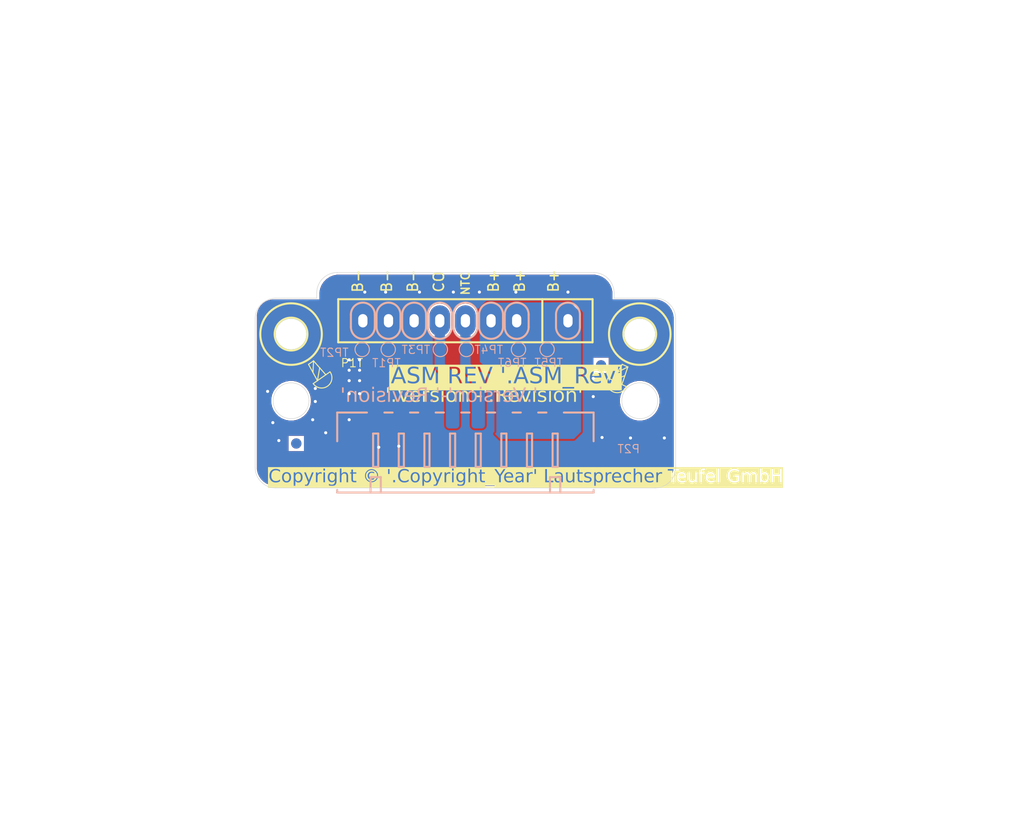
<source format=kicad_pcb>
(kicad_pcb (version 20240108) (generator "pcbnew") (generator_version "8.0")
  (layers (0 "F.Cu" signal "Component Side") (31 "B.Cu" signal "Solder Side") (34 "B.Paste" user "Bottom Paste") (35 "F.Paste" user "Top Paste") (36 "B.SilkS" user "Bottom Overlay") (37 "F.SilkS" user "Top Overlay") (38 "B.Mask" user "Bottom Solder") (39 "F.Mask" user "Top Solder") (44 "Edge.Cuts" user))
  (property "APPROVEDBY" "Jianhua.Zhong")
  (property "CHECKEDBY" "Aileen.zheng")
  (property "CONFIGURATIONPARAMETERS" "")
  (property "CONFIGURATORNAME" "")
  (property "DRAWNBY" "GUOHUI.LIN")
  (property "IMAGEPATH" "1")
  (property "ISSUE DATE" "20230810")
  (property "ISUSERCONFIGURABLE" "")
  (property "MODEL NO." "PS23007")
  (property "REV DATE" "20231025")
  (property "SHEETTOTAL" "1")
  (property "SPICEMODELCACHE" "")
  (property "VERSIONCONTROL_PROJFOLDERREVNUMBER" "")
  (property "VERSIONCONTROL_REVNUMBER" "")
  (net 0 "")
  (net 1 "NTC")
  (net 2 "C_Open")
  (net 3 "Bat-")
  (net 4 "Bat+")
  (footprint "Vault:TSB1_05282" (layer "F.Cu") (at 158.501095 99.203595 180)
    (property "Reference" "P1T" (at 21.057995 -4.12232 0) (layer "F.SilkS") (effects (font (size 0.8 0.8) (thickness 0.1))))
    (property "Value" "8P PITCH=2.5mm" (hide yes))
    (fp_line (start 21.16619 -0.6) (end 21.16619 0.59999) (stroke (width 0.2)) (layer "B.SilkS"))
    (fp_line (start 18.8338 -0.6) (end 18.8338 0.59999) (stroke (width 0.2)) (layer "B.SilkS"))
    (fp_line (start 18.66619 -0.6) (end 18.66619 0.59999) (stroke (width 0.2)) (layer "B.SilkS"))
    (fp_line (start 16.3338 -0.6) (end 16.3338 0.59999) (stroke (width 0.2)) (layer "B.SilkS"))
    (fp_line (start 16.16619 -0.6) (end 16.16619 0.59999) (stroke (width 0.2)) (layer "B.SilkS"))
    (fp_line (start 13.8338 -0.6) (end 13.8338 0.59999) (stroke (width 0.2)) (layer "B.SilkS"))
    (fp_line (start 13.66619 -0.6) (end 13.66619 0.59999) (stroke (width 0.2)) (layer "B.SilkS"))
    (fp_line (start 11.3338 -0.6) (end 11.3338 0.59999) (stroke (width 0.2)) (layer "B.SilkS"))
    (fp_line (start 11.16619 -0.6) (end 11.16619 0.59999) (stroke (width 0.2)) (layer "B.SilkS"))
    (fp_line (start 8.8338 -0.6) (end 8.8338 0.59999) (stroke (width 0.2)) (layer "B.SilkS"))
    (fp_line (start 8.66619 -0.6) (end 8.66619 0.59999) (stroke (width 0.2)) (layer "B.SilkS"))
    (fp_line (start 6.3338 -0.6) (end 6.3338 0.59999) (stroke (width 0.2)) (layer "B.SilkS"))
    (fp_line (start 6.16619 -0.6) (end 6.16619 0.59999) (stroke (width 0.2)) (layer "B.SilkS"))
    (fp_line (start 3.8338 -0.6) (end 3.8338 0.59999) (stroke (width 0.2)) (layer "B.SilkS"))
    (fp_line (start 1.16619 -0.6) (end 1.16619 0.59999) (stroke (width 0.2)) (layer "B.SilkS"))
    (fp_line (start -1.1662 -0.6) (end -1.1662 0.59999) (stroke (width 0.2)) (layer "B.SilkS"))
    (fp_arc (start 21.16619 0.59999) (mid 20 1.76618) (end 18.83381 0.59999) (stroke (width 0.2)) (layer "B.SilkS"))
    (fp_arc (start 18.83381 -0.6) (mid 20 -1.76619) (end 21.16619 -0.6) (stroke (width 0.2)) (layer "B.SilkS"))
    (fp_arc (start 18.66619 0.59999) (mid 17.5 1.76618) (end 16.33381 0.59999) (stroke (width 0.2)) (layer "B.SilkS"))
    (fp_arc (start 16.33381 -0.6) (mid 17.5 -1.76619) (end 18.66619 -0.6) (stroke (width 0.2)) (layer "B.SilkS"))
    (fp_arc (start 16.16619 0.59999) (mid 15 1.76618) (end 13.83381 0.59999) (stroke (width 0.2)) (layer "B.SilkS"))
    (fp_arc (start 13.83381 -0.6) (mid 15 -1.76619) (end 16.16619 -0.6) (stroke (width 0.2)) (layer "B.SilkS"))
    (fp_arc (start 13.66619 0.59999) (mid 12.5 1.76618) (end 11.33381 0.59999) (stroke (width 0.2)) (layer "B.SilkS"))
    (fp_arc (start 11.33381 -0.6) (mid 12.5 -1.76619) (end 13.66619 -0.6) (stroke (width 0.2)) (layer "B.SilkS"))
    (fp_arc (start 11.16619 0.59999) (mid 10 1.76618) (end 8.83381 0.59999) (stroke (width 0.2)) (layer "B.SilkS"))
    (fp_arc (start 8.83381 -0.6) (mid 10 -1.76619) (end 11.16619 -0.6) (stroke (width 0.2)) (layer "B.SilkS"))
    (fp_arc (start 8.66619 0.59999) (mid 7.5 1.76618) (end 6.33381 0.59999) (stroke (width 0.2)) (layer "B.SilkS"))
    (fp_arc (start 6.33381 -0.6) (mid 7.5 -1.76619) (end 8.66619 -0.6) (stroke (width 0.2)) (layer "B.SilkS"))
    (fp_arc (start 6.16619 0.59999) (mid 5 1.76618) (end 3.83381 0.59999) (stroke (width 0.2)) (layer "B.SilkS"))
    (fp_arc (start 3.83381 -0.6) (mid 5 -1.76619) (end 6.16619 -0.6) (stroke (width 0.2)) (layer "B.SilkS"))
    (fp_arc (start 1.16619 0.59999) (mid 0 1.76618) (end -1.16619 0.59999) (stroke (width 0.2)) (layer "B.SilkS"))
    (fp_arc (start -1.16619 -0.6) (mid 0 -1.76619) (end 1.16619 -0.6) (stroke (width 0.2)) (layer "B.SilkS"))
    (fp_line (start 22.4 2.1) (end -2.4 2.1) (stroke (width 0.2)) (layer "F.SilkS"))
    (fp_line (start 22.4 -2.10001) (end 22.4 2.1) (stroke (width 0.2)) (layer "F.SilkS"))
    (fp_line (start 22.4 -2.10001) (end -2.4 -2.10001) (stroke (width 0.2)) (layer "F.SilkS"))
    (fp_line (start 2.5 -2.10001) (end 2.5 2.1) (stroke (width 0.2)) (layer "F.SilkS"))
    (fp_line (start -2.4 -2.10001) (end -2.4 2.1) (stroke (width 0.2)) (layer "F.SilkS"))
    (pad "1" thru_hole oval (at 0 0 180) (size 2 3) (drill oval 0.9 1.3) (layers "*.Cu" "*.Mask") (net 4 "Bat+"))
    (pad "2" thru_hole oval (at 5 0 180) (size 2 3) (drill oval 0.9 1.3) (layers "*.Cu" "*.Mask") (net 4 "Bat+"))
    (pad "3" thru_hole oval (at 7.5 0 180) (size 2 3) (drill oval 0.9 1.3) (layers "*.Cu" "*.Mask") (net 4 "Bat+"))
    (pad "4" thru_hole oval (at 10 0 180) (size 2 3) (drill oval 0.9 1.3) (layers "*.Cu" "*.Mask") (net 1 "NTC"))
    (pad "5" thru_hole oval (at 12.5 0 180) (size 2 3) (drill oval 0.9 1.3) (layers "*.Cu" "*.Mask") (net 2 "C_Open"))
    (pad "6" thru_hole oval (at 15 0 180) (size 2 3) (drill oval 0.9 1.3) (layers "*.Cu" "*.Mask") (net 3 "Bat-"))
    (pad "7" thru_hole oval (at 17.5 0 180) (size 2 3) (drill oval 0.9 1.3) (layers "*.Cu" "*.Mask") (net 3 "Bat-"))
    (pad "8" thru_hole oval (at 20 0 180) (size 2 3) (drill oval 0.9 1.3) (layers "*.Cu" "*.Mask") (net 3 "Bat-"))
  )
  (footprint "Vault:TEUFEL_COPYRIGHT" (layer "F.Cu") (at 180.626105 144.978605 180)
    (property "Reference" "Teufel_Copyright1T" (hide yes))
    (property "Value" "2023" (hide yes))
    (fp_text user "Copyright © '.Copyright_Year' Lautsprecher Teufel GmbH" (at 51.33501 29.81281 360) (layer "F.SilkS" knockout) (effects (font (size 1.26 1.26) (thickness 0.254)) (justify left bottom)))
  )
  (footprint "Vault:MARK" (layer "F.Cu") (at 161.727095 103.551595 90)
    (property "Reference" "MK2T" (hide yes))
    (property "Value" "MARK" (hide yes))
    (pad "MKT" smd circle (at 0 0 90) (size 1 1) (layers "F.Cu" "F.Paste" "F.Mask"))
    (pad "MK_B" smd circle (at 0 0 270) (size 1 1) (layers "B.Cu" "B.Paste" "B.Mask"))
    (zone (net 0) (net_name "") (layer "F.Cu") (connect_pads (clearance 0)) (min_thickness 0.25)
      (keepout (tracks allowed) (vias allowed) (pads allowed) (copperpour not_allowed) (footprints allowed))
      (fill (thermal_gap 0.5) (thermal_bridge_width 0.5))
      (polygon (pts (xy 162.477105 104.301605) (xy 162.477105 102.801595) (xy 160.977095 102.801595) (xy 160.977095 104.301605)))
    )
    (zone (net 0) (net_name "") (layer "B.Cu") (connect_pads (clearance 0)) (min_thickness 0.25)
      (keepout (tracks allowed) (vias allowed) (pads allowed) (copperpour not_allowed) (footprints allowed))
      (fill (thermal_gap 0.5) (thermal_bridge_width 0.5))
      (polygon (pts (xy 162.477105 104.301605) (xy 162.477105 102.801595) (xy 160.977095 102.801595) (xy 160.977095 104.301605)))
    )
  )
  (footprint "Vault:SCREW_D30" (layer "F.Cu") (at 131.501095 100.503595 -100)
    (property "Reference" "MH2T" (hide yes))
    (property "Value" "SCREW_HOLE" (hide yes))
    (fp_line (start 2.612134 -2.187871) (end 2.187876 -2.612135) (stroke (width 0.1)) (layer "F.SilkS"))
    (fp_line (start 2.612134 -2.187871) (end 4.026348 -3.319245) (stroke (width 0.1)) (layer "F.SilkS"))
    (fp_line (start 3.319245 -2.753564) (end 2.187876 -2.612135) (stroke (width 0.1)) (layer "F.SilkS"))
    (fp_line (start 4.379904 -2.965688) (end 2.965683 -4.379906) (stroke (width 0.1)) (layer "F.SilkS"))
    (fp_line (start 2.187876 -2.612135) (end 3.319248 -4.026351) (stroke (width 0.1)) (layer "F.SilkS"))
    (fp_line (start 4.026348 -3.319245) (end 2.753561 -3.319248) (stroke (width 0.1)) (layer "F.SilkS"))
    (fp_arc (start 2.965688 -4.379899) (mid 4.379901 -4.379898) (end 4.379901 -2.965685) (stroke (width 0.1)) (layer "F.SilkS"))
    (fp_circle (center 0 0) (end -2.954423 0.520945) (stroke (width 0.2)) (fill none) (layer "F.SilkS"))
    (fp_circle (center 0 0) (end -1.575692 0.277837) (stroke (width 0.2)) (fill none) (layer "F.SilkS"))
    (pad "1" smd circle (at -2.29731 0.041931 350) (size 1 1) (layers "F.Cu" "F.Paste" "F.Mask") (net 3 "Bat-"))
    (pad "1" smd circle (at -2.29731 0.041931 350) (size 1 1) (layers "B.Cu" "B.Paste" "B.Mask") (net 3 "Bat-"))
    (pad "1" smd circle (at -1.626342 -1.626357 305) (size 1 1) (layers "F.Cu" "F.Paste" "F.Mask") (net 3 "Bat-"))
    (pad "1" smd circle (at -1.626342 -1.626357 305) (size 1 1) (layers "B.Cu" "B.Paste" "B.Mask") (net 3 "Bat-"))
    (pad "1" smd circle (at -1.623662 1.65706 35) (size 1 1) (layers "F.Cu" "F.Paste" "F.Mask") (net 3 "Bat-"))
    (pad "1" smd circle (at -1.623662 1.65706 35) (size 1 1) (layers "B.Cu" "B.Paste" "B.Mask") (net 3 "Bat-"))
    (pad "1" thru_hole circle (at 0 0 260) (size 3 3) (drill 3.2) (layers "*.Cu" "*.Mask") (net 3 "Bat-"))
    (pad "1" smd circle (at 0.000009 -2.300004 260) (size 1 1) (layers "F.Cu" "F.Paste" "F.Mask") (net 3 "Bat-"))
    (pad "1" smd circle (at 0.000009 -2.300004 260) (size 1 1) (layers "B.Cu" "B.Paste" "B.Mask") (net 3 "Bat-"))
    (pad "1" smd circle (at 0.002687 2.330722 80) (size 1 1) (layers "F.Cu" "F.Paste" "F.Mask") (net 3 "Bat-"))
    (pad "1" smd circle (at 0.002687 2.330722 80) (size 1 1) (layers "B.Cu" "B.Paste" "B.Mask") (net 3 "Bat-"))
    (pad "1" smd circle (at 1.629031 -1.595629 215) (size 1 1) (layers "F.Cu" "F.Paste" "F.Mask") (net 3 "Bat-"))
    (pad "1" smd circle (at 1.629031 -1.595629 215) (size 1 1) (layers "B.Cu" "B.Paste" "B.Mask") (net 3 "Bat-"))
    (pad "1" smd circle (at 1.629035 1.657066 125) (size 1 1) (layers "F.Cu" "F.Paste" "F.Mask") (net 3 "Bat-"))
    (pad "1" smd circle (at 1.629035 1.657066 125) (size 1 1) (layers "B.Cu" "B.Paste" "B.Mask") (net 3 "Bat-"))
    (pad "1" smd circle (at 2.302687 0.030719 170) (size 1 1) (layers "F.Cu" "F.Paste" "F.Mask") (net 3 "Bat-"))
    (pad "1" smd circle (at 2.302687 0.030719 170) (size 1 1) (layers "B.Cu" "B.Paste" "B.Mask") (net 3 "Bat-"))
  )
  (footprint "Vault:Teufel_ASM_Rev" (layer "F.Cu") (at 143.282095 138.018595)
    (property "Reference" "Teufel_ASM_Label1T" (hide yes))
    (property "Value" "3.1" (hide yes))
    (fp_text user "ASM REV '.ASM_Rev'" (at -2.053 -32.45125 360) (layer "F.SilkS" knockout) (effects (font (size 1.575 1.575) (thickness 0.254)) (justify left bottom)))
  )
  (footprint "Vault:MARK" (layer "F.Cu") (at 132.009095 111.171595 90)
    (property "Reference" "MK1T" (hide yes))
    (property "Value" "MARK" (hide yes))
    (pad "MKT" smd circle (at 0 0 90) (size 1 1) (layers "F.Cu" "F.Paste" "F.Mask"))
    (pad "MK_B" smd circle (at 0 0 270) (size 1 1) (layers "B.Cu" "B.Paste" "B.Mask"))
    (zone (net 0) (net_name "") (layer "F.Cu") (connect_pads (clearance 0)) (min_thickness 0.25)
      (keepout (tracks allowed) (vias allowed) (pads allowed) (copperpour not_allowed) (footprints allowed))
      (fill (thermal_gap 0.5) (thermal_bridge_width 0.5))
      (polygon (pts (xy 132.759105 111.921605) (xy 132.759105 110.421595) (xy 131.259095 110.421595) (xy 131.259095 111.921605)))
    )
    (zone (net 0) (net_name "") (layer "B.Cu") (connect_pads (clearance 0)) (min_thickness 0.25)
      (keepout (tracks allowed) (vias allowed) (pads allowed) (copperpour not_allowed) (footprints allowed))
      (fill (thermal_gap 0.5) (thermal_bridge_width 0.5))
      (polygon (pts (xy 132.759105 111.921605) (xy 132.759105 110.421595) (xy 131.259095 110.421595) (xy 131.259095 111.921605)))
    )
  )
  (footprint "passive.PcbLib:Teufel_NoLogo" (layer "F.Cu") (at 141.153095 107.361595)
    (property "Reference" "Teufel_PCB_Logo1T" (hide yes))
    (property "Value" "" (hide yes))
    (fp_text_box "'.Version'-'.Revision'" (start -4.067548 -2.676504) (end 15.469888 1.119794) (layer "B.SilkS") (effects (font (size 1.386 1.386) (thickness 0.2)) (justify left top mirror)) (border no) (stroke (width 0.1)))
    (fp_text_box "'.Version'-'.Revision'" (start -1.519878 -2.676504) (end 18.017558 1.119794) (layer "F.SilkS") (effects (font (size 1.386 1.386) (thickness 0.2)) (justify left top)) (border no) (stroke (width 0.1)))
  )
  (footprint "Vault:SCREW_D30" (layer "F.Cu") (at 165.501105 100.503595 -160)
    (property "Reference" "MH1T" (hide yes))
    (property "Value" "SCREW_HOLE" (hide yes))
    (fp_line (start 4.379905 -2.965687) (end 2.965685 -4.379896) (stroke (width 0.1)) (layer "F.SilkS"))
    (fp_line (start 4.026346 -3.319243) (end 2.612137 -2.187871) (stroke (width 0.1)) (layer "F.SilkS"))
    (fp_line (start 4.026346 -3.319243) (end 2.753558 -3.319243) (stroke (width 0.1)) (layer "F.SilkS"))
    (fp_line (start 3.319248 -2.75356) (end 2.187877 -2.612133) (stroke (width 0.1)) (layer "F.SilkS"))
    (fp_line (start 3.319244 -4.02634) (end 2.187877 -2.612133) (stroke (width 0.1)) (layer "F.SilkS"))
    (fp_line (start 2.612137 -2.187871) (end 2.187877 -2.612133) (stroke (width 0.1)) (layer "F.SilkS"))
    (fp_arc (start 2.96569 -4.379903) (mid 4.379904 -4.379903) (end 4.379904 -2.96569) (stroke (width 0.1)) (layer "F.SilkS"))
    (fp_circle (center 0 0) (end -1.02606 2.819078) (stroke (width 0.2)) (fill none) (layer "F.SilkS"))
    (fp_circle (center 0 0) (end -0.547232 1.503508) (stroke (width 0.2)) (fill none) (layer "F.SilkS"))
    (pad "1" smd circle (at -2.29731 0.041943 290) (size 1 1) (layers "F.Cu" "F.Paste" "F.Mask") (net 3 "Bat-"))
    (pad "1" smd circle (at -2.29731 0.041943 290) (size 1 1) (layers "B.Cu" "B.Paste" "B.Mask") (net 3 "Bat-"))
    (pad "1" smd circle (at -1.626335 -1.62635 245) (size 1 1) (layers "F.Cu" "F.Paste" "F.Mask") (net 3 "Bat-"))
    (pad "1" smd circle (at -1.626335 -1.62635 245) (size 1 1) (layers "B.Cu" "B.Paste" "B.Mask") (net 3 "Bat-"))
    (pad "1" smd circle (at -1.62366 1.657069 335) (size 1 1) (layers "F.Cu" "F.Paste" "F.Mask") (net 3 "Bat-"))
    (pad "1" smd circle (at -1.62366 1.657069 335) (size 1 1) (layers "B.Cu" "B.Paste" "B.Mask") (net 3 "Bat-"))
    (pad "1" thru_hole circle (at 0 0 200) (size 3 3) (drill 3.2) (layers "*.Cu" "*.Mask") (net 3 "Bat-"))
    (pad "1" smd circle (at 0.000008 -2.300004 200) (size 1 1) (layers "F.Cu" "F.Paste" "F.Mask") (net 3 "Bat-"))
    (pad "1" smd circle (at 0.000008 -2.300004 200) (size 1 1) (layers "B.Cu" "B.Paste" "B.Mask") (net 3 "Bat-"))
    (pad "1" smd circle (at 0.002689 2.330719 20) (size 1 1) (layers "F.Cu" "F.Paste" "F.Mask") (net 3 "Bat-"))
    (pad "1" smd circle (at 0.002689 2.330719 20) (size 1 1) (layers "B.Cu" "B.Paste" "B.Mask") (net 3 "Bat-"))
    (pad "1" smd circle (at 1.629029 -1.595627 155) (size 1 1) (layers "F.Cu" "F.Paste" "F.Mask") (net 3 "Bat-"))
    (pad "1" smd circle (at 1.629029 -1.595627 155) (size 1 1) (layers "B.Cu" "B.Paste" "B.Mask") (net 3 "Bat-"))
    (pad "1" smd circle (at 1.629033 1.657065 65) (size 1 1) (layers "F.Cu" "F.Paste" "F.Mask") (net 3 "Bat-"))
    (pad "1" smd circle (at 1.629033 1.657065 65) (size 1 1) (layers "B.Cu" "B.Paste" "B.Mask") (net 3 "Bat-"))
    (pad "1" smd circle (at 2.302693 0.03072 110) (size 1 1) (layers "F.Cu" "F.Paste" "F.Mask") (net 3 "Bat-"))
    (pad "1" smd circle (at 2.302693 0.03072 110) (size 1 1) (layers "B.Cu" "B.Paste" "B.Mask") (net 3 "Bat-"))
  )
  (footprint "Vault:CON_250_SMD_H_8P" (layer "B.Cu") (at 148.501095 111.703605)
    (property "Reference" "P2T" (at 15.920005 0.00426 0) (layer "B.SilkS") (effects (font (size 0.8 0.8) (thickness 0.1)) (justify mirror)))
    (property "Value" "WT250MW-084R-0W" (hide yes))
    (fp_line (start -12.5 -3.55001) (end -9.59999 -3.55001) (stroke (width 0.2)) (layer "B.SilkS"))
    (fp_line (start -12.5 -0.75001) (end -12.5 -3.55001) (stroke (width 0.2)) (layer "B.SilkS"))
    (fp_line (start -12.5 4.24999) (end -12.5 3.99999) (stroke (width 0.2)) (layer "B.SilkS"))
    (fp_line (start -12.5 4.24999) (end 12.5 4.24999) (stroke (width 0.2)) (layer "B.SilkS"))
    (fp_line (start -9.25 2.74999) (end -8.25 2.74999) (stroke (width 0.2)) (layer "B.SilkS"))
    (fp_line (start -9.25 4.24999) (end -9.25 2.74999) (stroke (width 0.2)) (layer "B.SilkS"))
    (fp_line (start -9 -1.50001) (end -8.5 -1.50001) (stroke (width 0.2)) (layer "B.SilkS"))
    (fp_line (start -9 1.74999) (end -9 -1.50001) (stroke (width 0.2)) (layer "B.SilkS"))
    (fp_line (start -9 1.74999) (end -8.5 1.74999) (stroke (width 0.2)) (layer "B.SilkS"))
    (fp_line (start -8.5 1.74999) (end -8.5 -1.50001) (stroke (width 0.2)) (layer "B.SilkS"))
    (fp_line (start -8.25 4.24999) (end -8.25 2.74999) (stroke (width 0.2)) (layer "B.SilkS"))
    (fp_line (start -7.9 -3.55001) (end -7.1 -3.55001) (stroke (width 0.2)) (layer "B.SilkS"))
    (fp_line (start -6.5 -1.50001) (end -6 -1.50001) (stroke (width 0.2)) (layer "B.SilkS"))
    (fp_line (start -6.5 1.74999) (end -6.5 -1.50001) (stroke (width 0.2)) (layer "B.SilkS"))
    (fp_line (start -6.5 1.74999) (end -6 1.74999) (stroke (width 0.2)) (layer "B.SilkS"))
    (fp_line (start -6 1.74999) (end -6 -1.50001) (stroke (width 0.2)) (layer "B.SilkS"))
    (fp_line (start -5.4 -3.55001) (end -4.6 -3.55001) (stroke (width 0.2)) (layer "B.SilkS"))
    (fp_line (start -4 -1.50001) (end -3.5 -1.50001) (stroke (width 0.2)) (layer "B.SilkS"))
    (fp_line (start -4 1.74999) (end -4 -1.50001) (stroke (width 0.2)) (layer "B.SilkS"))
    (fp_line (start -4 1.74999) (end -3.5 1.74999) (stroke (width 0.2)) (layer "B.SilkS"))
    (fp_line (start -3.5 1.74999) (end -3.5 -1.50001) (stroke (width 0.2)) (layer "B.SilkS"))
    (fp_line (start -2.9 -3.55001) (end -2.1 -3.55001) (stroke (width 0.2)) (layer "B.SilkS"))
    (fp_line (start -1.5 -1.50001) (end -1 -1.50001) (stroke (width 0.2)) (layer "B.SilkS"))
    (fp_line (start -1.5 1.74999) (end -1.5 -1.50001) (stroke (width 0.2)) (layer "B.SilkS"))
    (fp_line (start -1.5 1.74999) (end -1 1.74999) (stroke (width 0.2)) (layer "B.SilkS"))
    (fp_line (start -1 1.74999) (end -1 -1.50001) (stroke (width 0.2)) (layer "B.SilkS"))
    (fp_line (start -0.4 -3.55001) (end 0.4 -3.55001) (stroke (width 0.2)) (layer "B.SilkS"))
    (fp_line (start 1 -1.50001) (end 1.5 -1.50001) (stroke (width 0.2)) (layer "B.SilkS"))
    (fp_line (start 1 1.74999) (end 1 -1.50001) (stroke (width 0.2)) (layer "B.SilkS"))
    (fp_line (start 1 1.74999) (end 1.5 1.74999) (stroke (width 0.2)) (layer "B.SilkS"))
    (fp_line (start 1.5 1.74999) (end 1.5 -1.50001) (stroke (width 0.2)) (layer "B.SilkS"))
    (fp_line (start 2.1 -3.55001) (end 2.9 -3.55001) (stroke (width 0.2)) (layer "B.SilkS"))
    (fp_line (start 3.5 -1.50001) (end 4 -1.50001) (stroke (width 0.2)) (layer "B.SilkS"))
    (fp_line (start 3.5 1.74999) (end 3.5 -1.50001) (stroke (width 0.2)) (layer "B.SilkS"))
    (fp_line (start 3.5 1.74999) (end 4 1.74999) (stroke (width 0.2)) (layer "B.SilkS"))
    (fp_line (start 4 1.74999) (end 4 -1.50001) (stroke (width 0.2)) (layer "B.SilkS"))
    (fp_line (start 4.6 -3.55001) (end 5.4 -3.55001) (stroke (width 0.2)) (layer "B.SilkS"))
    (fp_line (start 6 -1.50001) (end 6.5 -1.50001) (stroke (width 0.2)) (layer "B.SilkS"))
    (fp_line (start 6 1.74999) (end 6 -1.50001) (stroke (width 0.2)) (layer "B.SilkS"))
    (fp_line (start 6 1.74999) (end 6.5 1.74999) (stroke (width 0.2)) (layer "B.SilkS"))
    (fp_line (start 6.5 1.74999) (end 6.5 -1.50001) (stroke (width 0.2)) (layer "B.SilkS"))
    (fp_line (start 7.1 -3.55001) (end 7.9 -3.55001) (stroke (width 0.2)) (layer "B.SilkS"))
    (fp_line (start 8.25 2.74999) (end 9.25 2.74999) (stroke (width 0.2)) (layer "B.SilkS"))
    (fp_line (start 8.25 4.24999) (end 8.25 2.74999) (stroke (width 0.2)) (layer "B.SilkS"))
    (fp_line (start 8.5 -1.50001) (end 9 -1.50001) (stroke (width 0.2)) (layer "B.SilkS"))
    (fp_line (start 8.5 1.74999) (end 8.5 -1.50001) (stroke (width 0.2)) (layer "B.SilkS"))
    (fp_line (start 8.5 1.74999) (end 9 1.74999) (stroke (width 0.2)) (layer "B.SilkS"))
    (fp_line (start 9 1.74999) (end 9 -1.50001) (stroke (width 0.2)) (layer "B.SilkS"))
    (fp_line (start 9.25 4.24999) (end 9.25 2.74999) (stroke (width 0.2)) (layer "B.SilkS"))
    (fp_line (start 9.6 -3.55001) (end 12.5 -3.55001) (stroke (width 0.2)) (layer "B.SilkS"))
    (fp_line (start 12.5 -0.75001) (end 12.5 -3.55001) (stroke (width 0.2)) (layer "B.SilkS"))
    (fp_line (start 12.5 4.24999) (end 12.5 3.99999) (stroke (width 0.2)) (layer "B.SilkS"))
    (pad "0" smd roundrect (at -11.95 1.54999) (size 1.8 3.9) (layers "B.Cu" "B.Paste" "B.Mask") (net 3 "Bat-"))
    (pad "0" smd roundrect (at 11.95 1.54999 180) (size 1.8 3.9) (layers "B.Cu" "B.Paste" "B.Mask") (net 3 "Bat-"))
    (pad "1" smd roundrect (at -8.75 -4.75001) (size 1.3 5.5) (layers "B.Cu" "B.Paste" "B.Mask") (net 3 "Bat-"))
    (pad "2" smd roundrect (at -6.25 -4.75001) (size 1.3 5.5) (layers "B.Cu" "B.Paste" "B.Mask") (net 3 "Bat-"))
    (pad "3" smd roundrect (at -3.75 -4.75001) (size 1.3 5.5) (layers "B.Cu" "B.Paste" "B.Mask") (net 3 "Bat-"))
    (pad "4" smd roundrect (at -1.25 -4.75001) (size 1.3 5.5) (layers "B.Cu" "B.Paste" "B.Mask") (net 2 "C_Open"))
    (pad "5" smd roundrect (at 1.25 -4.75001) (size 1.3 5.5) (layers "B.Cu" "B.Paste" "B.Mask") (net 1 "NTC"))
    (pad "6" smd roundrect (at 3.75 -4.75001) (size 1.3 5.5) (layers "B.Cu" "B.Paste" "B.Mask") (net 4 "Bat+"))
    (pad "7" smd roundrect (at 6.25 -4.75001) (size 1.3 5.5) (layers "B.Cu" "B.Paste" "B.Mask") (net 4 "Bat+"))
    (pad "8" smd roundrect (at 8.75 -4.75001) (size 1.3 5.5) (layers "B.Cu" "B.Paste" "B.Mask") (net 4 "Bat+"))
  )
  (footprint "Vault:TP120" (layer "B.Cu") (at 148.595095 102.003595 90)
    (property "Reference" "TP4T" (at -0.02827 2.186005 0) (layer "B.SilkS") (effects (font (size 0.8 0.8) (thickness 0.1)) (justify mirror)))
    (property "Value" "TP12" (hide yes))
    (fp_circle (center 0 0) (end 0.7 0) (stroke (width 0.1)) (fill none) (layer "B.SilkS"))
    (pad "1" smd circle (at 0 0 90) (size 1.2 1.2) (layers "B.Cu" "B.Paste" "B.Mask") (net 1 "NTC"))
  )
  (footprint "Vault:TP120" (layer "B.Cu") (at 146.055095 102.003595 90)
    (property "Reference" "TP3T" (at -0.02827 -2.385995 0) (layer "B.SilkS") (effects (font (size 0.8 0.8) (thickness 0.1)) (justify mirror)))
    (property "Value" "TP12" (hide yes))
    (fp_circle (center 0 0) (end 0.7 0) (stroke (width 0.1)) (fill none) (layer "B.SilkS"))
    (pad "1" smd circle (at 0 0 90) (size 1.2 1.2) (layers "B.Cu" "B.Paste" "B.Mask") (net 2 "C_Open"))
  )
  (footprint "Vault:TP120" (layer "B.Cu") (at 156.469095 102.003595 90)
    (property "Reference" "TP5T" (at -1.29827 0.154005 0) (layer "B.SilkS") (effects (font (size 0.8 0.8) (thickness 0.1)) (justify mirror)))
    (property "Value" "TP12" (hide yes))
    (fp_circle (center 0 0) (end 0.7 0) (stroke (width 0.1)) (fill none) (layer "B.SilkS"))
    (pad "1" smd circle (at 0 0 90) (size 1.2 1.2) (layers "B.Cu" "B.Paste" "B.Mask") (net 4 "Bat+"))
  )
  (footprint "Vault:TP120" (layer "B.Cu") (at 153.675095 102.003595 90)
    (property "Reference" "TP6T" (at -1.29827 -0.607995 0) (layer "B.SilkS") (effects (font (size 0.8 0.8) (thickness 0.1)) (justify mirror)))
    (property "Value" "TP12" (hide yes))
    (fp_circle (center 0 0) (end 0.7 0) (stroke (width 0.1)) (fill none) (layer "B.SilkS"))
    (pad "1" smd circle (at 0 0 90) (size 1.2 1.2) (layers "B.Cu" "B.Paste" "B.Mask") (net 4 "Bat+"))
  )
  (footprint "Vault:TP120" (layer "B.Cu") (at 140.975095 102.003595 90)
    (property "Reference" "TP1T" (at -1.32227 -0.176 0) (layer "B.SilkS") (effects (font (size 0.8 0.8) (thickness 0.1)) (justify mirror)))
    (property "Value" "TP12" (hide yes))
    (fp_circle (center 0 0) (end 0.7 0) (stroke (width 0.1)) (fill none) (layer "B.SilkS"))
    (pad "1" smd circle (at 0 0 90) (size 1.2 1.2) (layers "B.Cu" "B.Paste" "B.Mask") (net 3 "Bat-"))
  )
  (footprint "Vault:TP120" (layer "B.Cu") (at 138.435095 102.003595 90)
    (property "Reference" "TP2T" (at -0.30627 -2.715995 0) (layer "B.SilkS") (effects (font (size 0.8 0.8) (thickness 0.1)) (justify mirror)))
    (property "Value" "TP12" (hide yes))
    (fp_circle (center 0 0) (end 0.7 0) (stroke (width 0.1)) (fill none) (layer "B.SilkS"))
    (pad "1" smd circle (at 0 0 90) (size 1.2 1.2) (layers "B.Cu" "B.Paste" "B.Mask") (net 3 "Bat-"))
  )
  (gr_poly (pts (xy 158.737525 97.408035) (xy 159.771095 98.441595) (xy 159.771095 110.033595) (xy 159.076095 110.728605) (xy 151.876105 110.728605) (xy 151.376095 110.228595) (xy 151.516095 110.088595) (xy 151.516095 104.203605) (xy 150.905655 104.203605) (xy 149.901105 103.199055) (xy 149.901105 98.142285) (xy 150.602115 97.441275)) (fill solid) (layer "B.Cu") (net 4))
  (gr_line (start 169.001095 99.003605) (end 169.001105 99.003605) (stroke (width 0.05)) (layer "Edge.Cuts"))
  (gr_line (start 163.001105 97.003595) (end 167.001095 97.003605) (stroke (width 0.05)) (layer "Edge.Cuts"))
  (gr_line (start 167.001096 115.503605) (end 167.001095 115.503605) (stroke (width 0.05)) (layer "Edge.Cuts"))
  (gr_arc (start 167.001095 97.003605) (mid 168.415299 97.589396) (end 169.001095 99.003605) (stroke (width 0.05)) (layer "Edge.Cuts"))
  (gr_line (start 167.001095 115.503605) (end 130.001105 115.503595) (stroke (width 0.05)) (layer "Edge.Cuts"))
  (gr_arc (start 165.501095 105.253595) (mid 166.738525 105.766162) (end 167.251095 107.003595) (stroke (width 0.05)) (layer "Edge.Cuts"))
  (gr_arc (start 169.001095 113.503604) (mid 168.415306 114.917815) (end 167.001096 115.503605) (stroke (width 0.05)) (layer "Edge.Cuts"))
  (gr_arc (start 134.001095 96.503606) (mid 134.586878 95.089389) (end 136.001094 94.503605) (stroke (width 0.05)) (layer "Edge.Cuts"))
  (gr_arc (start 167.251095 107.003595) (mid 166.738532 108.241035) (end 165.501095 108.753595) (stroke (width 0.05)) (layer "Edge.Cuts"))
  (gr_arc (start 131.501095 105.253595) (mid 132.738525 105.766162) (end 133.251095 107.003595) (stroke (width 0.05)) (layer "Edge.Cuts"))
  (gr_arc (start 163.751095 107.003595) (mid 164.263659 105.766162) (end 165.501095 105.253595) (stroke (width 0.05)) (layer "Edge.Cuts"))
  (gr_line (start 130.001105 97.003595) (end 134.001095 97.003595) (stroke (width 0.05)) (layer "Edge.Cuts"))
  (gr_line (start 128.001095 113.503595) (end 128.001105 99.003605) (stroke (width 0.05)) (layer "Edge.Cuts"))
  (gr_arc (start 133.251095 107.003595) (mid 132.738532 108.241035) (end 131.501095 108.753595) (stroke (width 0.05)) (layer "Edge.Cuts"))
  (gr_line (start 163.001105 96.503605) (end 163.001105 97.003595) (stroke (width 0.05)) (layer "Edge.Cuts"))
  (gr_arc (start 129.751095 107.003595) (mid 130.263659 105.766162) (end 131.501095 105.253595) (stroke (width 0.05)) (layer "Edge.Cuts"))
  (gr_arc (start 131.501095 108.753595) (mid 130.263652 108.241035) (end 129.751095 107.003595) (stroke (width 0.05)) (layer "Edge.Cuts"))
  (gr_line (start 169.001105 99.003605) (end 169.001095 113.503604) (stroke (width 0.05)) (layer "Edge.Cuts"))
  (gr_line (start 136.001094 94.503605) (end 136.001095 94.503595) (stroke (width 0.05)) (layer "Edge.Cuts"))
  (gr_arc (start 165.501095 108.753595) (mid 164.263652 108.241035) (end 163.751095 107.003595) (stroke (width 0.05)) (layer "Edge.Cuts"))
  (gr_line (start 134.001095 97.003595) (end 134.001095 96.503606) (stroke (width 0.05)) (layer "Edge.Cuts"))
  (gr_line (start 136.001095 94.503595) (end 161.001095 94.503605) (stroke (width 0.05)) (layer "Edge.Cuts"))
  (gr_arc (start 128.001105 99.003605) (mid 128.586889 97.589392) (end 130.001105 97.003605) (stroke (width 0.05)) (layer "Edge.Cuts"))
  (gr_arc (start 161.001095 94.503605) (mid 162.415299 95.089396) (end 163.001095 96.503605) (stroke (width 0.05)) (layer "Edge.Cuts"))
  (gr_line (start 128.001105 113.503595) (end 128.001095 113.503595) (stroke (width 0.05)) (layer "Edge.Cuts"))
  (gr_arc (start 130.001105 115.503595) (mid 128.586879 114.917816) (end 128.001105 113.503595) (stroke (width 0.05)) (layer "Edge.Cuts"))
  (gr_line (start 163.001095 96.503605) (end 163.001105 96.503605) (stroke (width 0.05)) (layer "Edge.Cuts"))
  (gr_line (start 130.001105 97.003605) (end 130.001105 97.003595) (stroke (width 0.05)) (layer "Edge.Cuts"))
  (gr_text "NTC" (at 148.975095 96.797605 90) (layer "F.SilkS") (effects (font (size 0.8 0.8)) (justify left bottom)))
  (gr_text "B+" (at 157.667035 96.530595 90) (layer "F.SilkS") (effects (font (size 1 1)) (justify left bottom)))
  (gr_text "B-" (at 138.585605 96.543605 90) (layer "F.SilkS") (effects (font (size 1 1)) (justify left bottom)))
  (gr_text "B+" (at 154.365035 96.530595 90) (layer "F.SilkS") (effects (font (size 1 1)) (justify left bottom)))
  (gr_text "B-" (at 143.951035 96.530595 90) (layer "F.SilkS") (effects (font (size 1 1)) (justify left bottom)))
  (gr_text "CO" (at 146.491035 96.530595 90) (layer "F.SilkS") (effects (font (size 1 1)) (justify left bottom)))
  (gr_text "B-" (at 141.411035 96.530595 90) (layer "F.SilkS") (effects (font (size 1 1)) (justify left bottom)))
  (gr_text "B+" (at 151.825035 96.530595 90) (layer "F.SilkS") (effects (font (size 1 1)) (justify left bottom)))
  (segment (start 148.501095 103.603605) (end 148.501095 101.743595) (width 1) (layer "B.Cu") (net 1))
  (segment (start 148.501095 103.603605) (end 149.601095 104.703605) (width 1) (layer "B.Cu") (net 1))
  (segment (start 148.501095 101.743595) (end 148.501095 98.763605) (width 1) (layer "B.Cu") (net 1))
  (segment (start 149.601095 106.803605) (end 149.601095 104.703605) (width 1) (layer "B.Cu") (net 1))
  (segment (start 149.601095 106.803605) (end 149.751095 106.953595) (width 1) (layer "B.Cu") (net 1))
  (arc (start 148.501095 98.763605) (mid 148.534778 98.682288) (end 148.616095 98.648605) (width 1) (layer "B.Cu") (net 1))
  (segment (start 146.001095 101.489595) (end 146.001095 98.723605) (width 1) (layer "B.Cu") (net 2))
  (segment (start 146.001095 103.603605) (end 147.101095 104.703605) (width 1) (layer "B.Cu") (net 2))
  (segment (start 147.101095 106.803605) (end 147.101095 104.703605) (width 1) (layer "B.Cu") (net 2))
  (segment (start 146.001095 103.603605) (end 146.001095 101.489595) (width 1) (layer "B.Cu") (net 2))
  (segment (start 147.101095 106.803605) (end 147.251095 106.953595) (width 1) (layer "B.Cu") (net 2))
  (arc (start 146.001095 98.723605) (mid 146.023062 98.670572) (end 146.076095 98.648605) (width 1) (layer "B.Cu") (net 2))
  (via (at 160.965095 106.599595) (size 0.7) (drill 0.3) (layers "F.Cu" "B.Cu") (net 3))
  (via (at 133.609095 108.855595) (size 0.7) (drill 0.3) (layers "F.Cu" "B.Cu") (net 3))
  (via (at 129.215095 106.091595) (size 0.7) (drill 0.3) (layers "F.Cu" "B.Cu") (net 3))
  (via (at 158.501095 96.409595) (size 0.7) (drill 0.3) (layers "F.Cu" "B.Cu") (net 3))
  (via (at 130.307095 110.887595) (size 0.7) (drill 0.3) (layers "F.Cu" "B.Cu") (net 3))
  (via (at 140.721095 96.409595) (size 0.7) (drill 0.3) (layers "F.Cu" "B.Cu") (net 3))
  (via (at 134.879095 110.125595) (size 0.7) (drill 0.3) (layers "F.Cu" "B.Cu") (net 3))
  (via (at 153.421095 96.409595) (size 0.7) (drill 0.3) (layers "F.Cu" "B.Cu") (net 3))
  (via (at 137.165095 108.855595) (size 0.7) (drill 0.3) (layers "F.Cu" "B.Cu") (net 3))
  (via (at 137.165095 106.315595) (size 0.7) (drill 0.3) (layers "F.Cu" "B.Cu") (net 3))
  (via (at 138.181095 106.315595) (size 0.7) (drill 0.3) (layers "F.Cu" "B.Cu") (net 3))
  (via (at 129.723095 109.139595) (size 0.7) (drill 0.3) (layers "F.Cu" "B.Cu") (net 3))
  (via (at 142.004435 111.436965) (size 0.7) (drill 0.3) (layers "F.Cu" "B.Cu") (net 3))
  (via (at 144.023095 96.409595) (size 0.7) (drill 0.3) (layers "F.Cu" "B.Cu") (net 3))
  (via (at 138.181095 103.013595) (size 0.7) (drill 0.3) (layers "F.Cu" "B.Cu") (net 3))
  (via (at 161.824095 110.586595) (size 0.7) (drill 0.3) (layers "F.Cu" "B.Cu") (net 3))
  (via (at 138.689095 96.409595) (size 0.7) (drill 0.3) (layers "F.Cu" "B.Cu") (net 3))
  (via (at 138.181095 105.045595) (size 0.7) (drill 0.3) (layers "F.Cu" "B.Cu") (net 3))
  (via (at 164.597095 110.633595) (size 0.7) (drill 0.3) (layers "F.Cu" "B.Cu") (net 3))
  (via (at 160.965095 104.821595) (size 0.7) (drill 0.3) (layers "F.Cu" "B.Cu") (net 3))
  (via (at 137.165095 105.045595) (size 0.7) (drill 0.3) (layers "F.Cu" "B.Cu") (net 3))
  (via (at 137.165095 104.029595) (size 0.7) (drill 0.3) (layers "F.Cu" "B.Cu") (net 3))
  (via (at 147.325095 96.409595) (size 0.7) (drill 0.3) (layers "F.Cu" "B.Cu") (net 3))
  (via (at 137.165095 103.013595) (size 0.7) (drill 0.3) (layers "F.Cu" "B.Cu") (net 3))
  (via (at 167.899095 110.633595) (size 0.7) (drill 0.3) (layers "F.Cu" "B.Cu") (net 3))
  (via (at 138.181095 104.029595) (size 0.7) (drill 0.3) (layers "F.Cu" "B.Cu") (net 3))
  (via (at 140.051105 111.539965) (size 0.7) (drill 0.3) (layers "F.Cu" "B.Cu") (net 3))
  (via (at 149.865095 96.409595) (size 0.7) (drill 0.3) (layers "F.Cu" "B.Cu") (net 3))
  (via (at 133.863095 107.077595) (size 0.7) (drill 0.3) (layers "F.Cu" "B.Cu") (net 3))
  (via (at 133.863095 105.807595) (size 0.7) (drill 0.3) (layers "F.Cu" "B.Cu") (net 3))
  (arc (start 138.435095 101.997595) (mid 138.466915 102.010775) (end 138.480095 102.042595) (width 1) (layer "B.Cu") (net 3))
  (segment (start 153.692435 103.794935) (end 153.692435 102.394935) (width 1) (layer "B.Cu") (net 4))
  (segment (start 152.251095 106.953595) (end 152.251095 104.853605) (width 1) (layer "B.Cu") (net 4))
  (segment (start 158.309765 103.794935) (end 158.309765 102.394935) (width 1) (layer "B.Cu") (net 4))
  (segment (start 154.751095 106.953595) (end 154.751095 104.853605) (width 1) (layer "B.Cu") (net 4))
  (segment (start 151.192435 103.794935) (end 152.251095 104.853605) (width 1) (layer "B.Cu") (net 4))
  (segment (start 157.251095 106.953595) (end 157.251095 104.853605) (width 1) (layer "B.Cu") (net 4))
  (segment (start 153.692435 103.794935) (end 154.751095 104.853605) (width 1) (layer "B.Cu") (net 4))
  (segment (start 158.309765 102.394935) (end 158.501095 102.203605) (width 1) (layer "B.Cu") (net 4))
  (segment (start 151.001095 102.203605) (end 151.192435 102.394935) (width 1) (layer "B.Cu") (net 4))
  (segment (start 151.192435 103.794935) (end 151.192435 102.394935) (width 1) (layer "B.Cu") (net 4))
  (segment (start 153.501095 102.203605) (end 153.692435 102.394935) (width 1) (layer "B.Cu") (net 4))
  (segment (start 157.251095 104.853605) (end 158.309765 103.794935) (width 1) (layer "B.Cu") (net 4))
  (zone (net 3) (net_name "Bat-") (layer "F.Cu") (connect_pads yes (clearance 0.5)) (min_thickness 0.25) (fill yes (thermal_gap 0.254) (thermal_bridge_width 0.5))
    (polygon (pts (xy 129.820095 97.124605) (xy 134.265095 97.124595) (arc (start 134.265095 96.616595) (mid 134.823057 95.269557) (end 136.170095 94.711595)) (arc (start 160.935095 94.711595) (mid 162.282133 95.269557) (end 162.840095 96.616595)) (xy 162.840095 97.124595) (arc (start 166.904095 97.124595) (mid 168.251133 97.682557) (end 168.809095 99.029595)) (arc (start 168.809095 113.380595) (mid 168.251133 114.727633) (end 166.904095 115.285595)) (arc (start 129.947095 115.285595) (mid 128.689859 114.764831) (end 128.169095 113.507595)) (arc (start 128.169095 98.775597) (mid 128.652662 97.608161) (end 129.820099 97.124595))))
  )
  (zone (net 3) (net_name "Bat-") (layer "B.Cu") (priority 1) (connect_pads yes (clearance 0.5)) (min_thickness 0.25) (fill yes (thermal_gap 0.254) (thermal_bridge_width 0.5))
    (polygon (pts (xy 129.820095 97.124605) (xy 134.265095 97.124595) (arc (start 134.265095 96.616595) (mid 134.823057 95.269557) (end 136.170095 94.711595)) (arc (start 160.935095 94.711595) (mid 162.282133 95.269557) (end 162.840095 96.616595)) (xy 162.840095 97.124595) (arc (start 166.904095 97.124595) (mid 168.251133 97.682557) (end 168.809095 99.029595)) (arc (start 168.809095 113.380595) (mid 168.251133 114.727633) (end 166.904095 115.285595)) (arc (start 129.947095 115.285595) (mid 128.689859 114.764831) (end 128.169095 113.507595)) (arc (start 128.169095 98.775597) (mid 128.652662 97.608161) (end 129.820099 97.124595))))
  )
)
</source>
